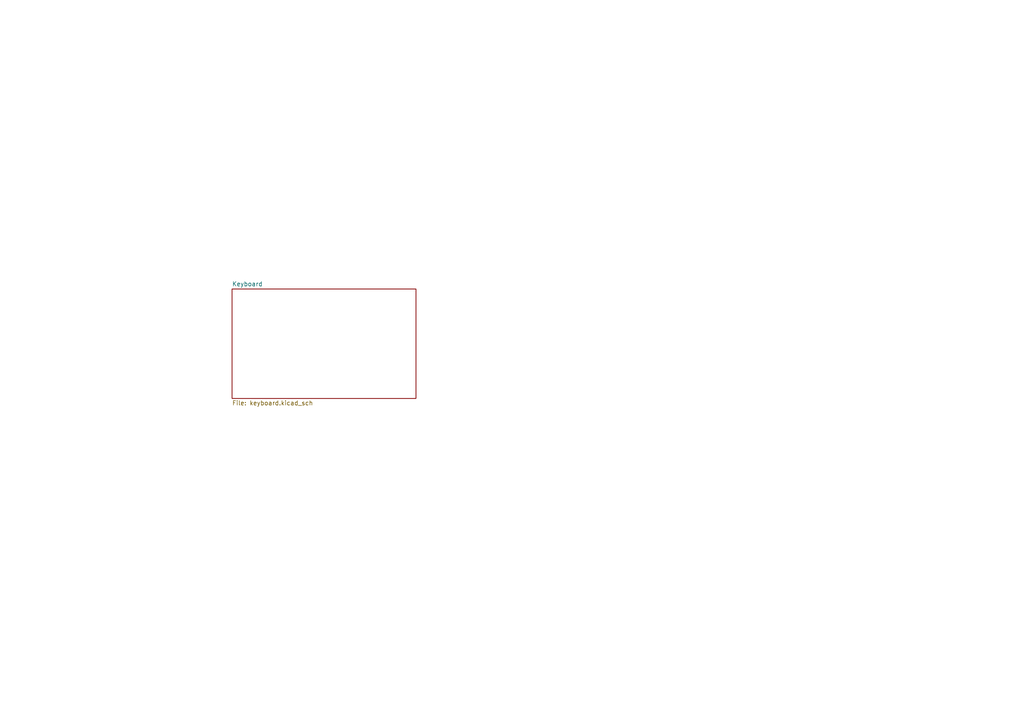
<source format=kicad_sch>
(kicad_sch (version 20211123) (generator eeschema)
  (paper "A4")
  (title_block (title "Poly Keyboard Atom Standalone") (date "2022-01-24") (rev "2.1") (company "thpoll"))
  (lib_symbols)
  (sheet (at 67.31 83.82) (size 53.34 31.75)
    (property "Sheet name" "Keyboard" (at 67.31 83.1084 0) (effects (justify left bottom)))
    (property "Sheet file" "keyboard.kicad_sch" (at 67.31 116.1546 0) (effects (justify left top)))
  )
)
</source>
